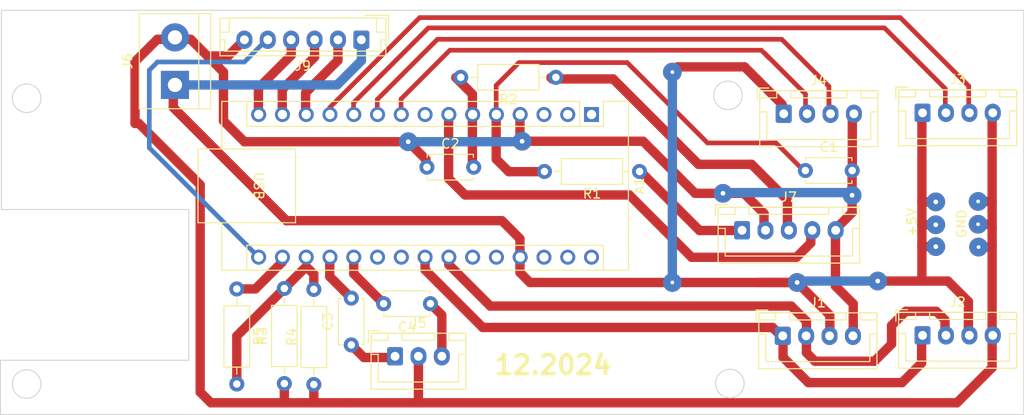
<source format=kicad_pcb>
(kicad_pcb (version 20211014) (generator pcbnew)
  (layers (0 "F.Cu" signal) (31 "B.Cu" signal) (34 "B.Paste" user) (35 "F.Paste" user) (36 "B.SilkS" user "B.Silkscreen") (37 "F.SilkS" user "F.Silkscreen") (38 "B.Mask" user) (39 "F.Mask" user) (44 "Edge.Cuts" user))
  (net 0 "")
  (net 4 "GNDREF")
  (net 5 "Net-(A1-Pad5)")
  (net 6 "Net-(A1-Pad6)")
  (net 7 "Net-(A1-Pad7)")
  (net 9 "Net-(A1-Pad9)")
  (net 10 "Net-(A1-Pad10)")
  (net 11 "Net-(A1-Pad11)")
  (net 12 "Net-(A1-Pad12)")
  (net 13 "Net-(J9-Pad2)")
  (net 14 "Net-(J9-Pad3)")
  (net 15 "Net-(J9-Pad4)")
  (net 16 "Net-(J9-Pad5)")
  (net 17 "Net-(A1-Pad17)")
  (net 18 "Net-(A1-Pad18)")
  (net 19 "Net-(A1-Pad19)")
  (net 20 "Net-(A1-Pad20)")
  (net 23 "Net-(A1-Pad23)")
  (net 24 "Net-(A1-Pad24)")
  (net 26 "+5V")
  (net 29 "Net-(C3-Pad1)")
  (net 30 "Net-(C4-Pad1)")
  (net 33 "Net-(J7-Pad1)")
  (net 34 "Net-(J7-Pad3)")
  (footprint "Resistor_THT:R_Axial_DIN0207_L6.3mm_D2.5mm_P10.16mm_Horizontal" (layer "F.Cu") (at 83.6676 55.88 90)
    (fp_text reference "R3" (at 5.08 -2.37 90) (layer "F.SilkS"))
    (fp_text value "10K")
    (pad "1" thru_hole circle (at 0 0 90) (size 1.6 1.6) (drill 0.8) (layers *.Cu *.Mask) (net 4 "GNDREF"))
    (pad "2" thru_hole oval (at 10.16 0 90) (size 1.6 1.6) (drill 0.8) (layers *.Cu *.Mask) (net 18 "Net-(A1-Pad18)"))
  )
  (footprint "Capacitor_THT:C_Disc_D4.7mm_W2.5mm_P5.00mm" (layer "F.Cu") (at 99.274 47.3456 180)
    (fp_text reference "C4" (at 2.5 -2.5) (layer "F.SilkS"))
    (fp_text value "10n")
    (pad "1" thru_hole circle (at 0 0 180) (size 1.6 1.6) (drill 0.8) (layers *.Cu *.Mask) (net 30 "Net-(C4-Pad1)"))
    (pad "2" thru_hole circle (at 5 0 180) (size 1.6 1.6) (drill 0.8) (layers *.Cu *.Mask) (net 20 "Net-(A1-Pad20)"))
  )
  (footprint "Capacitor_THT:C_Disc_D4.7mm_W2.5mm_P5.00mm" (layer "F.Cu") (at 139.3336 33.1216)
    (fp_text reference "C1" (at 2.5 -2.5) (layer "F.SilkS"))
    (fp_text value "100n")
    (pad "1" thru_hole circle (at 0 0) (size 1.6 1.6) (drill 0.8) (layers *.Cu *.Mask) (net 5 "Net-(A1-Pad5)"))
    (pad "2" thru_hole circle (at 5 0) (size 1.6 1.6) (drill 0.8) (layers *.Cu *.Mask) (net 4 "GNDREF"))
  )
  (footprint "Connector_JST:JST_XH_B3B-XH-A_1x03_P2.50mm_Vertical" (layer "F.Cu") (at 95.4932 52.9674)
    (fp_text reference "J5" (at 2.5 -3.55) (layer "F.SilkS"))
    (fp_text value "Audio IN")
    (pad "1" thru_hole roundrect (at 0 0) (size 1.7 1.95) (drill 0.95) (layers *.Cu *.Mask) (roundrect_rratio 0.147059) (net 29 "Net-(C3-Pad1)"))
    (pad "2" thru_hole oval (at 2.5 0) (size 1.7 1.95) (drill 0.95) (layers *.Cu *.Mask) (net 4 "GNDREF"))
    (pad "3" thru_hole oval (at 5 0) (size 1.7 1.95) (drill 0.95) (layers *.Cu *.Mask) (net 30 "Net-(C4-Pad1)"))
  )
  (footprint "Connector_JST:JST_EH_B6B-EH-A_1x06_P2.50mm_Vertical" (layer "F.Cu") (at 91.8972 19.1516 180)
    (fp_text reference "J9" (at 6.25 -2.8) (layer "F.SilkS"))
    (fp_text value "Блок Опторазвяки")
    (pad "1" thru_hole roundrect (at 0 0 180) (size 1.7 1.95) (drill 0.95) (layers *.Cu *.Mask) (roundrect_rratio 0.147059) (net 26 "+5V"))
    (pad "2" thru_hole oval (at 2.5 0 180) (size 1.7 1.95) (drill 0.95) (layers *.Cu *.Mask) (net 13 "Net-(J9-Pad2)"))
    (pad "3" thru_hole oval (at 5 0 180) (size 1.7 1.95) (drill 0.95) (layers *.Cu *.Mask) (net 14 "Net-(J9-Pad3)"))
    (pad "4" thru_hole oval (at 7.5 0 180) (size 1.7 1.95) (drill 0.95) (layers *.Cu *.Mask) (net 15 "Net-(J9-Pad4)"))
    (pad "5" thru_hole oval (at 10 0 180) (size 1.7 1.95) (drill 0.95) (layers *.Cu *.Mask) (net 16 "Net-(J9-Pad5)"))
    (pad "6" thru_hole oval (at 12.5 0 180) (size 1.7 1.95) (drill 0.95) (layers *.Cu *.Mask) (net 4 "GNDREF"))
  )
  (footprint "Resistor_THT:R_Axial_DIN0207_L6.3mm_D2.5mm_P10.16mm_Horizontal" (layer "F.Cu") (at 121.6152 33.2232 180)
    (fp_text reference "R1" (at 5.08 -2.37) (layer "F.SilkS"))
    (fp_text value "10K")
    (pad "1" thru_hole circle (at 0 0 180) (size 1.6 1.6) (drill 0.8) (layers *.Cu *.Mask) (net 33 "Net-(J7-Pad1)"))
    (pad "2" thru_hole oval (at 10.16 0 180) (size 1.6 1.6) (drill 0.8) (layers *.Cu *.Mask) (net 5 "Net-(A1-Pad5)"))
  )
  (footprint "Resistor_THT:R_Axial_DIN0207_L6.3mm_D2.5mm_P10.16mm_Horizontal" (layer "F.Cu") (at 86.8172 55.9816 90)
    (fp_text reference "R4" (at 5.08 -2.37 90) (layer "F.SilkS"))
    (fp_text value "10K")
    (pad "1" thru_hole circle (at 0 0 90) (size 1.6 1.6) (drill 0.8) (layers *.Cu *.Mask) (net 4 "GNDREF"))
    (pad "2" thru_hole oval (at 10.16 0 90) (size 1.6 1.6) (drill 0.8) (layers *.Cu *.Mask) (net 18 "Net-(A1-Pad18)"))
  )
  (footprint "Capacitor_THT:C_Disc_D4.7mm_W2.5mm_P5.00mm" (layer "F.Cu") (at 98.8968 32.766)
    (fp_text reference "C2" (at 2.5 -2.5) (layer "F.SilkS"))
    (fp_text value "100n")
    (pad "1" thru_hole circle (at 0 0) (size 1.6 1.6) (drill 0.8) (layers *.Cu *.Mask) (net 4 "GNDREF"))
    (pad "2" thru_hole circle (at 5 0) (size 1.6 1.6) (drill 0.8) (layers *.Cu *.Mask) (net 6 "Net-(A1-Pad6)"))
  )
  (footprint "TerminalBlock:TerminalBlock_bornier-2_P5.08mm" (layer "F.Cu") (at 71.9836 23.9776 90)
    (fp_text reference "J6" (at 2.54 -5.08 90) (layer "F.SilkS"))
    (fp_text value "5V")
    (pad "1" thru_hole rect (at 0 0 90) (size 3 3) (drill 1.52) (layers *.Cu *.Mask) (net 26 "+5V"))
    (pad "2" thru_hole circle (at 5.08 0 90) (size 3 3) (drill 1.52) (layers *.Cu *.Mask) (net 4 "GNDREF"))
  )
  (footprint "Connector_JST:JST_XH_B4B-XH-A_1x04_P2.50mm_Vertical" (layer "F.Cu") (at 151.8504 26.9578)
    (fp_text reference "J3" (at 3.75 -3.55) (layer "F.SilkS"))
    (fp_text value "Реле 2")
    (pad "1" thru_hole roundrect (at 0 0) (size 1.7 1.95) (drill 0.95) (layers *.Cu *.Mask) (roundrect_rratio 0.147059) (net 26 "+5V"))
    (pad "2" thru_hole oval (at 2.5 0) (size 1.7 1.95) (drill 0.95) (layers *.Cu *.Mask) (net 11 "Net-(A1-Pad11)"))
    (pad "3" thru_hole oval (at 5 0) (size 1.7 1.95) (drill 0.95) (layers *.Cu *.Mask) (net 12 "Net-(A1-Pad12)"))
    (pad "4" thru_hole oval (at 7.5 0) (size 1.7 1.95) (drill 0.95) (layers *.Cu *.Mask) (net 4 "GNDREF"))
  )
  (footprint "Resistor_THT:R_Axial_DIN0207_L6.3mm_D2.5mm_P10.16mm_Horizontal" (layer "F.Cu") (at 78.5876 45.7708 -90)
    (fp_text reference "R5" (at 5.08 -2.37 90) (layer "F.SilkS"))
    (fp_text value "10K")
    (pad "1" thru_hole circle (at 0 0 270) (size 1.6 1.6) (drill 0.8) (layers *.Cu *.Mask) (net 17 "Net-(A1-Pad17)"))
    (pad "2" thru_hole oval (at 10.16 0 270) (size 1.6 1.6) (drill 0.8) (layers *.Cu *.Mask) (net 18 "Net-(A1-Pad18)"))
  )
  (footprint "Module:Arduino_Nano" (layer "F.Cu") (at 116.4844 27.1372 -90)
    (fp_text reference "A1" (at 7.62 -5.08 90) (layer "F.SilkS"))
    (fp_text value "Arduino_Nano_v3.x")
    (fp_text user "USB" (at 7.62 35.56 -90 unlocked) (layer "F.SilkS"))
    (pad "1" thru_hole rect (at 0 0 270) (size 1.6 1.6) (drill 1) (layers *.Cu *.Mask))
    (pad "2" thru_hole oval (at 0 2.54 270) (size 1.6 1.6) (drill 1) (layers *.Cu *.Mask))
    (pad "3" thru_hole oval (at 0 5.08 270) (size 1.6 1.6) (drill 1) (layers *.Cu *.Mask))
    (pad "4" thru_hole oval (at 0 7.62 270) (size 1.6 1.6) (drill 1) (layers *.Cu *.Mask) (net 4 "GNDREF"))
    (pad "5" thru_hole oval (at 0 10.16 270) (size 1.6 1.6) (drill 1) (layers *.Cu *.Mask) (net 5 "Net-(A1-Pad5)"))
    (pad "6" thru_hole oval (at 0 12.7 270) (size 1.6 1.6) (drill 1) (layers *.Cu *.Mask) (net 6 "Net-(A1-Pad6)"))
    (pad "7" thru_hole oval (at 0 15.24 270) (size 1.6 1.6) (drill 1) (layers *.Cu *.Mask) (net 7 "Net-(A1-Pad7)"))
    (pad "8" thru_hole oval (at 0 17.78 270) (size 1.6 1.6) (drill 1) (layers *.Cu *.Mask))
    (pad "9" thru_hole oval (at 0 20.32 270) (size 1.6 1.6) (drill 1) (layers *.Cu *.Mask) (net 9 "Net-(A1-Pad9)"))
    (pad "10" thru_hole oval (at 0 22.86 270) (size 1.6 1.6) (drill 1) (layers *.Cu *.Mask) (net 10 "Net-(A1-Pad10)"))
    (pad "11" thru_hole oval (at 0 25.4 270) (size 1.6 1.6) (drill 1) (layers *.Cu *.Mask) (net 11 "Net-(A1-Pad11)"))
    (pad "12" thru_hole oval (at 0 27.94 270) (size 1.6 1.6) (drill 1) (layers *.Cu *.Mask) (net 12 "Net-(A1-Pad12)"))
    (pad "13" thru_hole oval (at 0 30.48 270) (size 1.6 1.6) (drill 1) (layers *.Cu *.Mask) (net 13 "Net-(J9-Pad2)"))
    (pad "14" thru_hole oval (at 0 33.02 270) (size 1.6 1.6) (drill 1) (layers *.Cu *.Mask) (net 14 "Net-(J9-Pad3)"))
    (pad "15" thru_hole oval (at 0 35.56 270) (size 1.6 1.6) (drill 1) (layers *.Cu *.Mask) (net 15 "Net-(J9-Pad4)"))
    (pad "16" thru_hole oval (at 15.24 35.56 270) (size 1.6 1.6) (drill 1) (layers *.Cu *.Mask) (net 16 "Net-(J9-Pad5)"))
    (pad "17" thru_hole oval (at 15.24 33.02 270) (size 1.6 1.6) (drill 1) (layers *.Cu *.Mask) (net 17 "Net-(A1-Pad17)"))
    (pad "18" thru_hole oval (at 15.24 30.48 270) (size 1.6 1.6) (drill 1) (layers *.Cu *.Mask) (net 18 "Net-(A1-Pad18)"))
    (pad "19" thru_hole oval (at 15.24 27.94 270) (size 1.6 1.6) (drill 1) (layers *.Cu *.Mask) (net 19 "Net-(A1-Pad19)"))
    (pad "20" thru_hole oval (at 15.24 25.4 270) (size 1.6 1.6) (drill 1) (layers *.Cu *.Mask) (net 20 "Net-(A1-Pad20)"))
    (pad "21" thru_hole oval (at 15.24 22.86 270) (size 1.6 1.6) (drill 1) (layers *.Cu *.Mask))
    (pad "22" thru_hole oval (at 15.24 20.32 270) (size 1.6 1.6) (drill 1) (layers *.Cu *.Mask))
    (pad "23" thru_hole oval (at 15.24 17.78 270) (size 1.6 1.6) (drill 1) (layers *.Cu *.Mask) (net 23 "Net-(A1-Pad23)"))
    (pad "24" thru_hole oval (at 15.24 15.24 270) (size 1.6 1.6) (drill 1) (layers *.Cu *.Mask) (net 24 "Net-(A1-Pad24)"))
    (pad "25" thru_hole oval (at 15.24 12.7 270) (size 1.6 1.6) (drill 1) (layers *.Cu *.Mask))
    (pad "26" thru_hole oval (at 15.24 10.16 270) (size 1.6 1.6) (drill 1) (layers *.Cu *.Mask))
    (pad "27" thru_hole oval (at 15.24 7.62 270) (size 1.6 1.6) (drill 1) (layers *.Cu *.Mask) (net 26 "+5V"))
    (pad "28" thru_hole oval (at 15.24 5.08 270) (size 1.6 1.6) (drill 1) (layers *.Cu *.Mask))
    (pad "29" thru_hole oval (at 15.24 2.54 270) (size 1.6 1.6) (drill 1) (layers *.Cu *.Mask))
    (pad "30" thru_hole oval (at 15.24 0 270) (size 1.6 1.6) (drill 1) (layers *.Cu *.Mask))
  )
  (footprint "Resistor_THT:R_Axial_DIN0207_L6.3mm_D2.5mm_P10.16mm_Horizontal" (layer "F.Cu") (at 112.6744 23.1648 180)
    (fp_text reference "R2" (at 5.08 -2.37) (layer "F.SilkS"))
    (fp_text value "10K")
    (pad "1" thru_hole circle (at 0 0 180) (size 1.6 1.6) (drill 0.8) (layers *.Cu *.Mask) (net 34 "Net-(J7-Pad3)"))
    (pad "2" thru_hole oval (at 10.16 0 180) (size 1.6 1.6) (drill 0.8) (layers *.Cu *.Mask) (net 6 "Net-(A1-Pad6)"))
  )
  (footprint "Connector_JST:JST_XH_B4B-XH-A_1x04_P2.50mm_Vertical" (layer "F.Cu") (at 136.9152 50.783)
    (fp_text reference "J1" (at 3.75 -3.55) (layer "F.SilkS"))
    (fp_text value "LCD1602-1")
    (pad "1" thru_hole roundrect (at 0 0) (size 1.7 1.95) (drill 0.95) (layers *.Cu *.Mask) (roundrect_rratio 0.147059) (net 23 "Net-(A1-Pad23)"))
    (pad "2" thru_hole oval (at 2.5 0) (size 1.7 1.95) (drill 0.95) (layers *.Cu *.Mask) (net 24 "Net-(A1-Pad24)"))
    (pad "3" thru_hole oval (at 5 0) (size 1.7 1.95) (drill 0.95) (layers *.Cu *.Mask) (net 26 "+5V"))
    (pad "4" thru_hole oval (at 7.5 0) (size 1.7 1.95) (drill 0.95) (layers *.Cu *.Mask) (net 4 "GNDREF"))
  )
  (footprint "Connector_JST:JST_XH_B4B-XH-A_1x04_P2.50mm_Vertical" (layer "F.Cu") (at 151.8504 50.7322)
    (fp_text reference "J2" (at 3.75 -3.55) (layer "F.SilkS"))
    (fp_text value "LCD1602-2")
    (pad "1" thru_hole roundrect (at 0 0) (size 1.7 1.95) (drill 0.95) (layers *.Cu *.Mask) (roundrect_rratio 0.147059) (net 23 "Net-(A1-Pad23)"))
    (pad "2" thru_hole oval (at 2.5 0) (size 1.7 1.95) (drill 0.95) (layers *.Cu *.Mask) (net 24 "Net-(A1-Pad24)"))
    (pad "3" thru_hole oval (at 5 0) (size 1.7 1.95) (drill 0.95) (layers *.Cu *.Mask) (net 26 "+5V"))
    (pad "4" thru_hole oval (at 7.5 0) (size 1.7 1.95) (drill 0.95) (layers *.Cu *.Mask) (net 4 "GNDREF"))
  )
  (footprint "Capacitor_THT:C_Disc_D4.7mm_W2.5mm_P5.00mm" (layer "F.Cu") (at 90.8189 51.7537 90)
    (fp_text reference "C3" (at 2.5 -2.5 90) (layer "F.SilkS"))
    (fp_text value "10n")
    (pad "1" thru_hole circle (at 0 0 90) (size 1.6 1.6) (drill 0.8) (layers *.Cu *.Mask) (net 29 "Net-(C3-Pad1)"))
    (pad "2" thru_hole circle (at 5 0 90) (size 1.6 1.6) (drill 0.8) (layers *.Cu *.Mask) (net 19 "Net-(A1-Pad19)"))
  )
  (footprint "Connector_JST:JST_XH_B4B-XH-A_1x04_P2.50mm_Vertical" (layer "F.Cu") (at 137.0168 27.0594)
    (fp_text reference "J4" (at 3.75 -3.55) (layer "F.SilkS"))
    (fp_text value "Реле 1")
    (pad "1" thru_hole roundrect (at 0 0) (size 1.7 1.95) (drill 0.95) (layers *.Cu *.Mask) (roundrect_rratio 0.147059) (net 26 "+5V"))
    (pad "2" thru_hole oval (at 2.5 0) (size 1.7 1.95) (drill 0.95) (layers *.Cu *.Mask) (net 9 "Net-(A1-Pad9)"))
    (pad "3" thru_hole oval (at 5 0) (size 1.7 1.95) (drill 0.95) (layers *.Cu *.Mask) (net 10 "Net-(A1-Pad10)"))
    (pad "4" thru_hole oval (at 7.5 0) (size 1.7 1.95) (drill 0.95) (layers *.Cu *.Mask) (net 4 "GNDREF"))
  )
  (footprint "Connector_JST:JST_XH_B5B-XH-A_1x05_P2.50mm_Vertical" (layer "F.Cu") (at 132.5664 39.5054)
    (fp_text reference "J7" (at 5 -3.55) (layer "F.SilkS"))
    (fp_text value "Buttons")
    (pad "1" thru_hole roundrect (at 0 0) (size 1.7 1.95) (drill 0.95) (layers *.Cu *.Mask) (roundrect_rratio 0.147059) (net 33 "Net-(J7-Pad1)"))
    (pad "2" thru_hole oval (at 2.5 0) (size 1.7 1.95) (drill 0.95) (layers *.Cu *.Mask) (net 4 "GNDREF"))
    (pad "3" thru_hole oval (at 5 0) (size 1.7 1.95) (drill 0.95) (layers *.Cu *.Mask) (net 34 "Net-(J7-Pad3)"))
    (pad "4" thru_hole oval (at 7.5 0) (size 1.7 1.95) (drill 0.95) (layers *.Cu *.Mask) (net 7 "Net-(A1-Pad7)"))
    (pad "5" thru_hole oval (at 10 0) (size 1.7 1.95) (drill 0.95) (layers *.Cu *.Mask) (net 4 "GNDREF"))
  )
  (gr_circle (center 56.134 55.9308) (end 56.896 57.2516) (layer "Edge.Cuts") (width 0.1) (fill none))
  (gr_line (start 53.4416 16.002) (end 162.6616 16.002) (layer "Edge.Cuts") (width 0.1))
  (gr_line (start 73.4568 53.3908) (end 53.34 53.3908) (layer "Edge.Cuts") (width 0.1))
  (gr_circle (center 131.064 25.0952) (end 131.826 26.416) (layer "Edge.Cuts") (width 0.1) (fill none))
  (gr_line (start 53.4416 37.2872) (end 53.4416 16.002) (layer "Edge.Cuts") (width 0.1))
  (gr_line (start 162.6616 16.002) (end 162.6616 59.182) (layer "Edge.Cuts") (width 0.1))
  (gr_line (start 162.6616 59.182) (end 53.34 59.182) (layer "Edge.Cuts") (width 0.1))
  (gr_line (start 53.34 59.182) (end 53.34 53.3908) (layer "Edge.Cuts") (width 0.1))
  (gr_line (start 53.4416 37.2872) (end 73.406 37.2872) (layer "Edge.Cuts") (width 0.1))
  (gr_circle (center 56.134 25.4) (end 56.896 26.7208) (layer "Edge.Cuts") (width 0.1) (fill none))
  (gr_circle (center 131.2672 55.88) (end 132.0292 57.2008) (layer "Edge.Cuts") (width 0.1) (fill none))
  (gr_line (start 73.4568 37.338) (end 73.4568 53.3908) (layer "Edge.Cuts") (width 0.1))
  (gr_text "12.2024" (at 112.3696 53.8988) (layer "F.SilkS") (effects (font (size 2 2) (thickness 0.4))))
  (gr_text "+5V" (at 150.7236 38.6588 90) (layer "F.SilkS") (effects (font (size 1 1))))
  (gr_text "GND" (at 156.0068 38.8112 90) (layer "F.SilkS") (effects (font (size 1 1))))
  (segment (start 158.9488 38.862) (end 159.2812 39.1944) (width 0.25) (layer "F.Cu") (net 4))
  (segment (start 142.414 39.52735) (end 142.5448 39.65815) (width 1) (layer "F.Cu") (net 4))
  (segment (start 83.6676 57.8543) (end 83.74725 57.93395) (width 0.5) (layer "F.Cu") (net 4))
  (segment (start 98.7952 31.93895) (end 96.901 30.04475) (width 1) (layer "F.Cu") (net 4))
  (segment (start 159.2812 41.1248) (end 159.2812 39.1944) (width 1) (layer "F.Cu") (net 4))
  (segment (start 68.1228 28.0924) (end 67.7164 28.0924) (width 1) (layer "F.Cu") (net 4))
  (segment (start 142.3016 39.41495) (end 142.414 39.52735) (width 0.25) (layer "F.Cu") (net 4))
  (segment (start 159.2812 39.1944) (end 159.2812 36.3452) (width 1) (layer "F.Cu") (net 4))
  (segment (start 90.34435 57.93395) (end 87.19475 57.93395) (width 1) (layer "F.Cu") (net 4))
  (segment (start 108.839 29.76535) (end 108.839 27.12375) (width 1) (layer "F.Cu") (net 4))
  (segment (start 74.676 34.6456) (end 68.1228 28.0924) (width 1) (layer "F.Cu") (net 4))
  (segment (start 142.5448 39.65815) (end 142.5448 45.466) (width 1) (layer "F.Cu") (net 4))
  (segment (start 144.2828 33.274) (end 144.3228 33.314) (width 1) (layer "F.Cu") (net 4))
  (segment (start 159.2812 54.1804) (end 155.52765 57.93395) (width 1) (layer "F.Cu") (net 4))
  (segment (start 77.67 20.8788) (end 75.7936 20.8788) (width 1) (layer "F.Cu") (net 4))
  (segment (start 144.3444 26.6992) (end 144.3444 33.2124) (width 1) (layer "F.Cu") (net 4))
  (segment (start 87.19475 57.93395) (end 83.74725 57.93395) (width 1) (layer "F.Cu") (net 4))
  (segment (start 134.9248 37.71555) (end 134.914 37.72635) (width 0.25) (layer "F.Cu") (net 4))
  (segment (start 144.3444 33.2124) (end 144.2828 33.274) (width 1) (layer "F.Cu") (net 4))
  (segment (start 79.399 30.04475) (end 77.1652 27.81095) (width 1) (layer "F.Cu") (net 4))
  (segment (start 144.3228 37.61855) (end 142.414 39.52735) (width 1) (layer "F.Cu") (net 4))
  (segment (start 134.914 37.72635) (end 134.914 39.52735) (width 1) (layer "F.Cu") (net 4))
  (segment (start 99.1508 32.83875) (end 98.846 32.83875) (width 0.25) (layer "F.Cu") (net 4))
  (segment (start 77.1652 22.606) (end 75.6158 21.0566) (width 1) (layer "F.Cu") (net 4))
  (segment (start 96.901 30.04475) (end 79.399 30.04475) (width 1) (layer "F.Cu") (net 4))
  (segment (start 109.0676 29.99395) (end 121.99275 29.99395) (width 1) (layer "F.Cu") (net 4))
  (segment (start 97.9932 52.9674) (end 97.9932 57.8104) (width 1) (layer "F.Cu") (net 4))
  (segment (start 159.1056 41.3004) (end 159.2812 41.1248) (width 0.25) (layer "F.Cu") (net 4))
  (segment (start 121.99275 29.99395) (end 127.55535 35.55655) (width 1) (layer "F.Cu") (net 4))
  (segment (start 144.446 47.3672) (end 144.446 51.0101) (width 1) (layer "F.Cu") (net 4))
  (segment (start 130.5306 35.55655) (end 132.7658 35.55655) (width 1) (layer "F.Cu") (net 4))
  (segment (start 144.272 26.7716) (end 144.3444 26.6992) (width 1) (layer "F.Cu") (net 4))
  (segment (start 157.7848 36.4236) (end 159.2028 36.4236) (width 1) (layer "F.Cu") (net 4))
  (segment (start 75.81555 57.93395) (end 74.676 56.7944) (width 1) (layer "F.Cu") (net 4))
  (segment (start 157.7848 38.862) (end 158.9488 38.862) (width 1) (layer "F.Cu") (net 4))
  (segment (start 67.7164 28.0924) (end 67.7164 21.4884) (width 1) (layer "F.Cu") (net 4))
  (segment (start 70.104 19.1008) (end 73.66 19.1008) (width 1) (layer "F.Cu") (net 4))
  (segment (start 86.8172 55.7784) (end 86.8172 57.5564) (width 1) (layer "F.Cu") (net 4))
  (segment (start 159.2812 36.3452) (end 159.2812 26.7569) (width 1) (layer "F.Cu") (net 4))
  (segment (start 159.2812 41.1248) (end 159.2812 54.1804) (width 1) (layer "F.Cu") (net 4))
  (segment (start 79.3972 19.1516) (end 77.67 20.8788) (width 1) (layer "F.Cu") (net 4))
  (segment (start 98.846 32.83875) (end 98.7952 32.78795) (width 0.25) (layer "F.Cu") (net 4))
  (segment (start 83.6676 55.88) (end 83.6676 57.8543) (width 1) (layer "F.Cu") (net 4))
  (segment (start 127.55535 35.55655) (end 130.5306 35.55655) (width 1) (layer "F.Cu") (net 4))
  (segment (start 98.11675 57.93395) (end 90.34435 57.93395) (width 1) (layer "F.Cu") (net 4))
  (segment (start 132.7658 35.55655) (end 134.9248 37.71555) (width 1) (layer "F.Cu") (net 4))
  (segment (start 75.7936 20.8788) (end 75.6158 21.0566) (width 0.25) (layer "F.Cu") (net 4))
  (segment (start 86.8172 57.5564) (end 87.19475 57.93395) (width 0.5) (layer "F.Cu") (net 4))
  (segment (start 142.5448 45.466) (end 144.446 47.3672) (width 1) (layer "F.Cu") (net 4))
  (segment (start 77.1652 27.81095) (end 77.1652 22.606) (width 1) (layer "F.Cu") (net 4))
  (segment (start 157.8356 41.3004) (end 159.1056 41.3004) (width 1) (layer "F.Cu") (net 4))
  (segment (start 97.9932 57.8104) (end 98.11675 57.93395) (width 0.25) (layer "F.Cu") (net 4))
  (segment (start 155.52765 57.93395) (end 98.11675 57.93395) (width 1) (layer "F.Cu") (net 4))
  (segment (start 98.7952 32.78795) (end 98.7952 31.93895) (width 1) (layer "F.Cu") (net 4))
  (segment (start 73.66 19.1008) (end 75.6158 21.0566) (width 1) (layer "F.Cu") (net 4))
  (segment (start 67.7164 21.4884) (end 70.104 19.1008) (width 1) (layer "F.Cu") (net 4))
  (segment (start 83.74725 57.93395) (end 75.81555 57.93395) (width 1) (layer "F.Cu") (net 4))
  (segment (start 109.0676 29.99395) (end 108.839 29.76535) (width 1) (layer "F.Cu") (net 4))
  (segment (start 144.5276 50.6607) (end 144.894 51.0271) (width 0.25) (layer "F.Cu") (net 4))
  (segment (start 159.2028 36.4236) (end 159.2812 36.3452) (width 0.25) (layer "F.Cu") (net 4))
  (segment (start 74.676 56.7944) (end 74.676 34.6456) (width 1) (layer "F.Cu") (net 4))
  (segment (start 144.3228 33.314) (end 144.3228 37.61855) (width 1) (layer "F.Cu") (net 4))
  (via (at 157.8356 41.3004) (size 2) (drill 0.4) (layers "F.Cu" "B.Cu") (net 4))
  (via (at 157.7848 38.862) (size 2) (drill 0.4) (layers "F.Cu" "B.Cu") (net 4))
  (via (at 109.0676 29.99395) (size 2) (drill 0.5) (layers "F.Cu" "B.Cu") (net 4))
  (via (at 157.7848 36.4236) (size 2) (drill 0.4) (layers "F.Cu" "B.Cu") (net 4))
  (via (at 96.901 30.04475) (size 2) (drill 0.5) (layers "F.Cu" "B.Cu") (net 4))
  (via (at 144.3228 35.7632) (size 2) (drill 0.5) (layers "F.Cu" "B.Cu") (net 4))
  (via (at 130.5306 35.55655) (size 2) (drill 0.5) (layers "F.Cu" "B.Cu") (net 4))
  (segment (start 144.3228 35.7632) (end 144.03995 35.48035) (width 0.25) (layer "B.Cu") (net 4))
  (segment (start 130.6068 35.48035) (end 130.5306 35.55655) (width 0.25) (layer "B.Cu") (net 4))
  (segment (start 144.03995 35.48035) (end 130.6068 35.48035) (width 1) (layer "B.Cu") (net 4))
  (segment (start 109.0676 29.99395) (end 109.0168 29.99395) (width 0.25) (layer "B.Cu") (net 4))
  (segment (start 97.155 29.79075) (end 96.901 30.04475) (width 0.25) (layer "B.Cu") (net 4))
  (segment (start 109.0168 30.04475) (end 96.901 30.04475) (width 1) (layer "B.Cu") (net 4))
  (segment (start 109.0676 29.99395) (end 109.0168 30.04475) (width 1) (layer "B.Cu") (net 4))
  (segment (start 109.0168 29.99395) (end 108.8136 29.79075) (width 0.25) (layer "B.Cu") (net 4))
  (segment (start 106.299 27.12375) (end 106.299 31.89895) (width 1) (layer "F.Cu") (net 5))
  (segment (start 106.299 27.12375) (end 106.299 24.02495) (width 0.5) (layer "F.Cu") (net 5))
  (segment (start 106.299 31.89895) (end 107.6452 33.24515) (width 1) (layer "F.Cu") (net 5))
  (segment (start 120.2944 21.59) (end 128.8796 30.1752) (width 0.5) (layer "F.Cu") (net 5))
  (segment (start 108.712 21.59) (end 120.2944 21.59) (width 0.5) (layer "F.Cu") (net 5))
  (segment (start 106.299 24.02495) (end 108.712 21.61195) (width 0.5) (layer "F.Cu") (net 5))
  (segment (start 107.6452 33.24515) (end 111.6584 33.24515) (width 1) (layer "F.Cu") (net 5))
  (segment (start 136.1948 30.1752) (end 139.2428 33.2232) (width 0.5) (layer "F.Cu") (net 5))
  (segment (start 128.8796 30.1752) (end 136.1948 30.1752) (width 0.5) (layer "F.Cu") (net 5))
  (segment (start 103.7952 32.78795) (end 103.7952 32.48315) (width 1) (layer "F.Cu") (net 6))
  (segment (start 103.7952 32.48315) (end 103.7844 32.47235) (width 1) (layer "F.Cu") (net 6))
  (segment (start 103.759 32.75175) (end 103.7952 32.78795) (width 0.5) (layer "F.Cu") (net 6))
  (segment (start 103.759 27.12375) (end 103.759 32.75175) (width 1) (layer "F.Cu") (net 6))
  (segment (start 103.759 27.12375) (end 103.759 24.96475) (width 1) (layer "F.Cu") (net 6))
  (segment (start 103.759 24.96475) (end 101.981 23.18675) (width 1) (layer "F.Cu") (net 6))
  (segment (start 130.8608 42.38915) (end 138.3792 42.38915) (width 1) (layer "F.Cu") (net 7))
  (segment (start 120.51955 35.73435) (end 127.17435 42.38915) (width 1) (layer "F.Cu") (net 7))
  (segment (start 101.219 27.12375) (end 101.219 33.98175) (width 1) (layer "F.Cu") (net 7))
  (segment (start 101.219 33.98175) (end 102.9716 35.73435) (width 1) (layer "F.Cu") (net 7))
  (segment (start 138.3792 42.38915) (end 139.914 40.85435) (width 1) (layer "F.Cu") (net 7))
  (segment (start 127.17435 42.38915) (end 130.81 42.38915) (width 1) (layer "F.Cu") (net 7))
  (segment (start 139.914 40.85435) (end 139.914 39.52735) (width 1) (layer "F.Cu") (net 7))
  (segment (start 102.9716 35.73435) (end 120.51955 35.73435) (width 1) (layer "F.Cu") (net 7))
  (segment (start 139.3444 24.9536) (end 139.3444 26.6992) (width 0.5) (layer "F.Cu") (net 9))
  (segment (start 134.62 20.2692) (end 135.4836 21.1328) (width 0.5) (layer "F.Cu") (net 9))
  (segment (start 134.9648 20.574) (end 139.3444 24.9536) (width 0.5) (layer "F.Cu") (net 9))
  (segment (start 139.3444 26.6992) (end 139.3444 25.8172) (width 0.25) (layer "F.Cu") (net 9))
  (segment (start 96.139 27.12375) (end 96.139 25.4762) (width 0.5) (layer "F.Cu") (net 9))
  (segment (start 101.346 20.2692) (end 134.62 20.2692) (width 0.5) (layer "F.Cu") (net 9))
  (segment (start 96.139 25.4762) (end 101.346 20.2692) (width 0.5) (layer "F.Cu") (net 9))
  (segment (start 141.8444 24.1408) (end 141.8444 26.6992) (width 0.5) (layer "F.Cu") (net 10))
  (segment (start 136.8044 19.1008) (end 138.2776 20.574) (width 0.5) (layer "F.Cu") (net 10))
  (segment (start 100.0252 19.1008) (end 136.8044 19.1008) (width 0.5) (layer "F.Cu") (net 10))
  (segment (start 138.2268 20.5232) (end 141.8444 24.1408) (width 0.5) (layer "F.Cu") (net 10))
  (segment (start 141.8444 25.1676) (end 141.8444 26.6992) (width 0.5) (layer "F.Cu") (net 10))
  (segment (start 93.599 27.12375) (end 93.599 25.527) (width 0.5) (layer "F.Cu") (net 10))
  (segment (start 93.599 25.527) (end 100.0252 19.1008) (width 0.5) (layer "F.Cu") (net 10))
  (segment (start 141.8444 26.6992) (end 141.8444 25.828) (width 0.25) (layer "F.Cu") (net 10))
  (segment (start 154.2812 26.7569) (end 154.1272 26.6029) (width 0.5) (layer "F.Cu") (net 11))
  (segment (start 91.059 25.8826) (end 99.06 17.8816) (width 0.5) (layer "F.Cu") (net 11))
  (segment (start 91.059 27.12375) (end 91.059 25.8826) (width 0.5) (layer "F.Cu") (net 11))
  (segment (start 154.2812 24.3856) (end 154.2812 26.7569) (width 0.5) (layer "F.Cu") (net 11))
  (segment (start 99.06 17.8816) (end 147.7772 17.8816) (width 0.5) (layer "F.Cu") (net 11))
  (segment (start 147.7772 17.8816) (end 154.2812 24.3856) (width 0.5) (layer "F.Cu") (net 11))
  (segment (start 88.519 27.12375) (end 88.519 26.3906) (width 0.5) (layer "F.Cu") (net 12))
  (segment (start 156.7812 24.0916) (end 156.7812 26.7569) (width 0.5) (layer "F.Cu") (net 12))
  (segment (start 88.519 26.3906) (end 98.12365 16.78595) (width 0.5) (layer "F.Cu") (net 12))
  (segment (start 98.12365 16.78595) (end 149.47555 16.78595) (width 0.5) (layer "F.Cu") (net 12))
  (segment (start 149.47555 16.78595) (end 156.7812 24.0916) (width 0.5) (layer "F.Cu") (net 12))
  (segment (start 85.9428 27.08755) (end 85.979 27.12375) (width 0.25) (layer "F.Cu") (net 13))
  (segment (start 89.3972 19.1516) (end 89.3972 21.3468) (width 1) (layer "F.Cu") (net 13))
  (segment (start 89.3972 21.3468) (end 85.9428 24.8012) (width 1) (layer "F.Cu") (net 13))
  (segment (start 85.9428 24.8012) (end 85.9428 27.08755) (width 1) (layer "F.Cu") (net 13))
  (segment (start 86.8972 19.1516) (end 86.8972 21.002) (width 1) (layer "F.Cu") (net 14))
  (segment (start 83.4428 27.11995) (end 83.439 27.12375) (width 0.25) (layer "F.Cu") (net 14))
  (segment (start 86.8972 21.002) (end 83.4428 24.4564) (width 1) (layer "F.Cu") (net 14))
  (segment (start 83.4428 24.4564) (end 83.4428 27.11995) (width 1) (layer "F.Cu") (net 14))
  (segment (start 84.3972 19.1516) (end 84.3972 20.8096) (width 1) (layer "F.Cu") (net 15))
  (segment (start 80.899 24.3078) (end 80.899 27.12375) (width 1) (layer "F.Cu") (net 15))
  (segment (start 84.3972 20.8096) (end 80.899 24.3078) (width 1) (layer "F.Cu") (net 15))
  (segment (start 81.7722 19.1516) (end 79.4004 21.5234) (width 0.5) (layer "B.Cu") (net 16))
  (segment (start 69.2404 22.4028) (end 69.2404 30.6932) (width 0.5) (layer "B.Cu") (net 16))
  (segment (start 69.2404 30.6932) (end 80.9244 42.3772) (width 0.5) (layer "B.Cu") (net 16))
  (segment (start 81.8972 19.1516) (end 81.7722 19.1516) (width 0.5) (layer "B.Cu") (net 16))
  (segment (start 70.1198 21.5234) (end 69.2404 22.4028) (width 0.5) (layer "B.Cu") (net 16))
  (segment (start 79.4004 21.5234) (end 70.1198 21.5234) (width 0.5) (layer "B.Cu") (net 16))
  (segment (start 83.4644 42.3772) (end 83.4644 42.8752) (width 1) (layer "F.Cu") (net 17))
  (segment (start 80.5688 45.7708) (end 78.5876 45.7708) (width 1) (layer "F.Cu") (net 17))
  (segment (start 83.4644 42.8752) (end 80.5688 45.7708) (width 1) (layer "F.Cu") (net 17))
  (segment (start 86.0044 43.3832) (end 86.0044 42.3772) (width 0.5) (layer "F.Cu") (net 18))
  (segment (start 78.5876 50.8) (end 86.0044 43.3832) (width 1) (layer "F.Cu") (net 18))
  (segment (start 78.5876 55.9308) (end 78.5876 50.8) (width 1) (layer "F.Cu") (net 18))
  (segment (start 86.0044 43.3832) (end 86.8172 44.196) (width 1) (layer "F.Cu") (net 18))
  (segment (start 86.8172 44.196) (end 86.8172 45.6184) (width 1) (layer "F.Cu") (net 18))
  (segment (start 88.519 44.4538) (end 88.519 42.36375) (width 1) (layer "F.Cu") (net 19))
  (segment (start 90.8189 46.7537) (end 88.519 44.4538) (width 1) (layer "F.Cu") (net 19))
  (segment (start 91.0844 44.156) (end 91.0844 42.3772) (width 1) (layer "F.Cu") (net 20))
  (segment (start 94.274 47.3456) (end 91.0844 44.156) (width 1) (layer "F.Cu") (net 20))
  (segment (start 136.946 53.0752) (end 139.6492 55.7784) (width 1) (layer "F.Cu") (net 23))
  (segment (start 98.7044 42.3772) (end 98.7044 43.7388) (width 1) (layer "F.Cu") (net 23))
  (segment (start 104.8512 49.8856) (end 135.8215 49.8856) (width 1) (layer "F.Cu") (net 23))
  (segment (start 136.8614 50.9255) (end 136.946 51.0101) (width 1) (layer "F.Cu") (net 23))
  (segment (start 136.946 51.0101) (end 136.946 53.0752) (width 1) (layer "F.Cu") (net 23))
  (segment (start 135.8215 49.8856) (end 136.946 51.0101) (width 1) (layer "F.Cu") (net 23))
  (segment (start 98.7044 43.7388) (end 100.1268 45.1612) (width 1) (layer "F.Cu") (net 23))
  (segment (start 100.076 45.1104) (end 104.8512 49.8856) (width 1) (layer "F.Cu") (net 23))
  (segment (start 136.9391 51.0032) (end 136.946 51.0101) (width 1) (layer "F.Cu") (net 23))
  (segment (start 149.6568 55.7784) (end 151.7488 53.6864) (width 1) (layer "F.Cu") (net 23))
  (segment (start 139.6492 55.7784) (end 149.6568 55.7784) (width 1) (layer "F.Cu") (net 23))
  (segment (start 151.7488 53.6864) (end 151.7488 50.783) (width 1) (layer "F.Cu") (net 23))
  (segment (start 140.3604 53.4924) (end 139.446 52.578) (width 1) (layer "F.Cu") (net 24))
  (segment (start 137.8204 47.5996) (end 105.664 47.5996) (width 1) (layer "F.Cu") (net 24))
  (segment (start 153.3144 48.1584) (end 150.0632 48.1584) (width 1) (layer "F.Cu") (net 24))
  (segment (start 148.5392 51.6636) (end 146.7104 53.4924) (width 1) (layer "F.Cu") (net 24))
  (segment (start 148.5392 49.6824) (end 148.5392 51.6636) (width 1) (layer "F.Cu") (net 24))
  (segment (start 105.664 47.5996) (end 101.2444 43.18) (width 1) (layer "F.Cu") (net 24))
  (segment (start 154.2488 49.0928) (end 153.3144 48.1584) (width 1) (layer "F.Cu") (net 24))
  (segment (start 101.2444 43.18) (end 101.2444 42.3772) (width 1) (layer "F.Cu") (net 24))
  (segment (start 139.446 52.578) (end 139.446 49.2252) (width 1) (layer "F.Cu") (net 24))
  (segment (start 150.0632 48.1584) (end 148.5392 49.6824) (width 1) (layer "F.Cu") (net 24))
  (segment (start 146.7104 53.4924) (end 140.3604 53.4924) (width 1) (layer "F.Cu") (net 24))
  (segment (start 139.446 49.2252) (end 137.8204 47.5996) (width 1) (layer "F.Cu") (net 24))
  (segment (start 154.2488 50.783) (end 154.2488 49.0928) (width 1) (layer "F.Cu") (net 24))
  (segment (start 151.7812 36.382) (end 151.7812 38.9036) (width 1) (layer "F.Cu") (net 26))
  (segment (start 141.946 48.728) (end 141.946 51.0101) (width 1) (layer "F.Cu") (net 26))
  (segment (start 125.1204 22.606) (end 125.6792 22.0472) (width 1) (layer "F.Cu") (net 26))
  (segment (start 153.2636 41.2496) (end 151.7904 41.2496) (width 1) (layer "F.Cu") (net 26))
  (segment (start 109.90235 45.08155) (end 108.839 44.0182) (width 1) (layer "F.Cu") (net 26))
  (segment (start 71.80235 26.38715) (end 83.89275 38.47755) (width 1) (layer "F.Cu") (net 26))
  (segment (start 147.066 44.92915) (end 154.55555 44.92915) (width 1) (layer "F.Cu") (net 26))
  (segment (start 151.7812 41.2404) (end 151.7812 44.898) (width 1) (layer "F.Cu") (net 26))
  (segment (start 71.80235 24.25355) (end 71.80235 26.38715) (width 1) (layer "F.Cu") (net 26))
  (segment (start 138.45195 45.08155) (end 109.90235 45.08155) (width 1) (layer "F.Cu") (net 26))
  (segment (start 106.90515 38.47755) (end 108.839 40.4114) (width 1) (layer "F.Cu") (net 26))
  (segment (start 138.45195 45.08155) (end 134.28635 45.08155) (width 1) (layer "F.Cu") (net 26))
  (segment (start 138.45195 45.08155) (end 141.9352 48.5648) (width 1) (layer "F.Cu") (net 26))
  (segment (start 153.2636 38.9128) (end 151.7904 38.9128) (width 1) (layer "F.Cu") (net 26))
  (segment (start 136.8444 26.0496) (end 136.8444 26.6992) (width 1) (layer "F.Cu") (net 26))
  (segment (start 151.7904 38.9128) (end 151.7812 38.9036) (width 0.25) (layer "F.Cu") (net 26))
  (segment (start 108.839 44.0182) (end 108.839 42.36375) (width 1) (layer "F.Cu") (net 26))
  (segment (start 151.7812 26.7569) (end 151.7812 36.382) (width 1) (layer "F.Cu") (net 26))
  (segment (start 151.8736 36.4744) (end 151.7812 36.382) (width 0.25) (layer "F.Cu") (net 26))
  (segment (start 151.7812 38.9036) (end 151.7812 41.2404) (width 1) (layer "F.Cu") (net 26))
  (segment (start 153.2636 36.4744) (end 151.8736 36.4744) (width 1) (layer "F.Cu") (net 26))
  (segment (start 83.89275 38.47755) (end 106.90515 38.47755) (width 1) (layer "F.Cu") (net 26))
  (segment (start 125.6792 22.0472) (end 132.842 22.0472) (width 1) (layer "F.Cu") (net 26))
  (segment (start 154.55555 44.92915) (end 156.7488 47.1224) (width 1) (layer "F.Cu") (net 26))
  (segment (start 156.7488 47.1224) (end 156.7488 50.783) (width 1) (layer "F.Cu") (net 26))
  (segment (start 132.842 22.0472) (end 136.8444 26.0496) (width 1) (layer "F.Cu") (net 26))
  (segment (start 151.7812 44.898) (end 151.7904 44.9072) (width 1) (layer "F.Cu") (net 26))
  (segment (start 108.839 40.4114) (end 108.839 42.36375) (width 1) (layer "F.Cu") (net 26))
  (segment (start 151.7904 41.2496) (end 151.7812 41.2404) (width 0.25) (layer "F.Cu") (net 26))
  (via (at 125.1204 45.08155) (size 2) (drill 0.4) (layers "F.Cu" "B.Cu") (net 26))
  (via (at 125.1204 22.606) (size 2) (drill 0.4) (layers "F.Cu" "B.Cu") (net 26))
  (via (at 153.2636 38.9128) (size 2) (drill 0.5) (layers "F.Cu" "B.Cu") (net 26))
  (via (at 153.2636 41.2496) (size 2) (drill 0.5) (layers "F.Cu" "B.Cu") (net 26))
  (via (at 153.2636 36.4744) (size 2) (drill 0.5) (layers "F.Cu" "B.Cu") (net 26))
  (via (at 138.45195 45.08155) (size 2) (drill 0.5) (layers "F.Cu" "B.Cu") (net 26))
  (via (at 147.066 44.92915) (size 2) (drill 0.5) (layers "F.Cu" "B.Cu") (net 26))
  (segment (start 125.1204 45.08155) (end 125.1204 22.606) (width 1) (layer "B.Cu") (net 26))
  (segment (start 138.60435 44.92915) (end 138.45195 45.08155) (width 0.25) (layer "B.Cu") (net 26))
  (segment (start 89.3064 23.9776) (end 91.8972 21.3868) (width 1) (layer "B.Cu") (net 26))
  (segment (start 91.8972 21.3868) (end 91.8972 19.1516) (width 1) (layer "B.Cu") (net 26))
  (segment (start 71.9836 23.9776) (end 89.3064 23.9776) (width 1) (layer "B.Cu") (net 26))
  (segment (start 147.066 44.92915) (end 138.60435 44.92915) (width 1) (layer "B.Cu") (net 26))
  (segment (start 92.1627 53.0975) (end 95.4055 53.0975) (width 1) (layer "F.Cu") (net 29))
  (segment (start 90.8189 51.7537) (end 92.1627 53.0975) (width 1) (layer "F.Cu") (net 29))
  (segment (start 100.4932 48.5648) (end 99.274 47.3456) (width 1) (layer "F.Cu") (net 30))
  (segment (start 100.4932 52.9674) (end 100.4932 48.5648) (width 1) (layer "F.Cu") (net 30))
  (segment (start 121.8184 33.3248) (end 128.02095 39.52735) (width 1) (layer "F.Cu") (net 33))
  (segment (start 128.02095 39.52735) (end 132.414 39.52735) (width 1) (layer "F.Cu") (net 33))
  (segment (start 121.8184 33.24515) (end 121.8184 33.3248) (width 1) (layer "F.Cu") (net 33))
  (segment (start 137.414 36.29315) (end 137.414 39.52735) (width 1) (layer "F.Cu") (net 34))
  (segment (start 133.58205 32.4612) (end 137.414 36.29315) (width 1) (layer "F.Cu") (net 34))
  (segment (start 118.79235 23.33915) (end 127.9144 32.4612) (width 1) (layer "F.Cu") (net 34))
  (segment (start 127.9144 32.4612) (end 133.58205 32.4612) (width 1) (layer "F.Cu") (net 34))
  (segment (start 137.414 39.52735) (end 137.1938 39.52735) (width 0.25) (layer "F.Cu") (net 34))
  (segment (start 112.2934 23.33915) (end 118.79235 23.33915) (width 1) (layer "F.Cu") (net 34))
  (segment (start 112.141 23.18675) (end 112.2934 23.33915) (width 1) (layer "F.Cu") (net 34))
)
</source>
